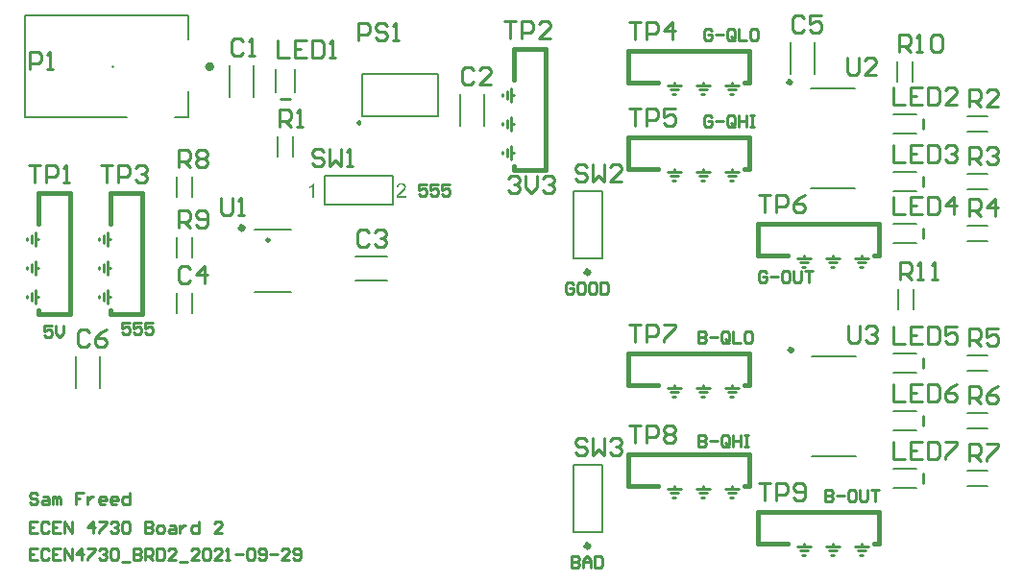
<source format=gto>
G04*
G04 #@! TF.GenerationSoftware,Altium Limited,Altium Designer,21.6.4 (81)*
G04*
G04 Layer_Color=65535*
%FSLAX25Y25*%
%MOIN*%
G70*
G04*
G04 #@! TF.SameCoordinates,570BF3D3-4215-493C-AC51-86F074832852*
G04*
G04*
G04 #@! TF.FilePolarity,Positive*
G04*
G01*
G75*
%ADD10C,0.01500*%
%ADD11C,0.02000*%
%ADD12C,0.01181*%
%ADD13C,0.00600*%
%ADD14C,0.01575*%
%ADD15C,0.01000*%
%ADD16C,0.00500*%
%ADD17C,0.00787*%
%ADD18C,0.00787*%
G36*
X104663Y132500D02*
X104054D01*
Y136379D01*
X104047Y136372D01*
X104011Y136343D01*
X103968Y136300D01*
X103896Y136250D01*
X103817Y136185D01*
X103717Y136114D01*
X103602Y136035D01*
X103473Y135956D01*
X103466D01*
X103459Y135949D01*
X103416Y135920D01*
X103344Y135884D01*
X103258Y135841D01*
X103158Y135791D01*
X103050Y135741D01*
X102943Y135691D01*
X102835Y135648D01*
Y136236D01*
X102842D01*
X102857Y136250D01*
X102885Y136257D01*
X102921Y136279D01*
X102964Y136300D01*
X103014Y136329D01*
X103136Y136400D01*
X103279Y136479D01*
X103423Y136580D01*
X103574Y136695D01*
X103724Y136816D01*
X103731Y136823D01*
X103738Y136831D01*
X103760Y136852D01*
X103789Y136874D01*
X103853Y136945D01*
X103939Y137031D01*
X104025Y137132D01*
X104118Y137247D01*
X104197Y137361D01*
X104269Y137483D01*
X104663D01*
Y132500D01*
D02*
G37*
G36*
X134971Y137476D02*
X135028Y137469D01*
X135100Y137462D01*
X135179Y137447D01*
X135258Y137433D01*
X135444Y137383D01*
X135631Y137311D01*
X135724Y137268D01*
X135817Y137218D01*
X135903Y137153D01*
X135982Y137082D01*
X135989Y137074D01*
X136003Y137067D01*
X136018Y137039D01*
X136047Y137010D01*
X136082Y136974D01*
X136118Y136924D01*
X136154Y136874D01*
X136197Y136809D01*
X136269Y136673D01*
X136340Y136501D01*
X136369Y136415D01*
X136383Y136314D01*
X136398Y136214D01*
X136405Y136107D01*
Y136092D01*
Y136056D01*
X136398Y135999D01*
X136391Y135920D01*
X136376Y135834D01*
X136348Y135734D01*
X136319Y135626D01*
X136276Y135519D01*
X136269Y135504D01*
X136255Y135468D01*
X136226Y135411D01*
X136183Y135332D01*
X136125Y135246D01*
X136054Y135139D01*
X135968Y135031D01*
X135867Y134909D01*
X135853Y134895D01*
X135817Y134852D01*
X135781Y134816D01*
X135745Y134780D01*
X135702Y134737D01*
X135645Y134680D01*
X135588Y134622D01*
X135516Y134558D01*
X135444Y134486D01*
X135358Y134407D01*
X135265Y134328D01*
X135165Y134235D01*
X135050Y134142D01*
X134935Y134042D01*
X134928Y134034D01*
X134914Y134020D01*
X134885Y133999D01*
X134849Y133970D01*
X134806Y133927D01*
X134756Y133884D01*
X134641Y133791D01*
X134519Y133683D01*
X134405Y133575D01*
X134304Y133482D01*
X134261Y133446D01*
X134225Y133411D01*
X134218Y133403D01*
X134197Y133382D01*
X134168Y133353D01*
X134132Y133310D01*
X134096Y133260D01*
X134053Y133210D01*
X133967Y133088D01*
X136412D01*
Y132500D01*
X133121D01*
Y132507D01*
Y132536D01*
Y132579D01*
X133128Y132636D01*
X133135Y132701D01*
X133150Y132773D01*
X133164Y132844D01*
X133193Y132923D01*
Y132930D01*
X133200Y132937D01*
X133214Y132980D01*
X133243Y133045D01*
X133286Y133131D01*
X133343Y133231D01*
X133415Y133346D01*
X133494Y133461D01*
X133594Y133583D01*
Y133590D01*
X133609Y133597D01*
X133645Y133640D01*
X133709Y133705D01*
X133802Y133798D01*
X133910Y133905D01*
X134046Y134034D01*
X134211Y134178D01*
X134390Y134328D01*
X134397Y134335D01*
X134426Y134357D01*
X134469Y134393D01*
X134519Y134436D01*
X134584Y134493D01*
X134663Y134558D01*
X134742Y134629D01*
X134835Y134708D01*
X135014Y134880D01*
X135193Y135053D01*
X135279Y135139D01*
X135358Y135225D01*
X135430Y135303D01*
X135487Y135382D01*
Y135389D01*
X135502Y135397D01*
X135516Y135418D01*
X135530Y135447D01*
X135581Y135526D01*
X135638Y135619D01*
X135688Y135734D01*
X135738Y135856D01*
X135767Y135992D01*
X135781Y136121D01*
Y136128D01*
Y136135D01*
X135774Y136178D01*
X135767Y136250D01*
X135745Y136329D01*
X135717Y136429D01*
X135667Y136530D01*
X135602Y136630D01*
X135516Y136730D01*
X135502Y136745D01*
X135466Y136773D01*
X135416Y136809D01*
X135337Y136859D01*
X135236Y136902D01*
X135122Y136945D01*
X134985Y136974D01*
X134835Y136981D01*
X134792D01*
X134763Y136974D01*
X134677Y136967D01*
X134577Y136945D01*
X134469Y136917D01*
X134347Y136866D01*
X134232Y136802D01*
X134125Y136716D01*
X134111Y136702D01*
X134082Y136666D01*
X134039Y136608D01*
X133996Y136522D01*
X133946Y136422D01*
X133903Y136293D01*
X133874Y136150D01*
X133860Y135985D01*
X133236Y136049D01*
Y136056D01*
X133243Y136078D01*
Y136114D01*
X133250Y136164D01*
X133265Y136221D01*
X133279Y136286D01*
X133300Y136365D01*
X133322Y136443D01*
X133379Y136616D01*
X133465Y136788D01*
X133516Y136874D01*
X133580Y136960D01*
X133645Y137039D01*
X133716Y137110D01*
X133723Y137118D01*
X133738Y137125D01*
X133759Y137146D01*
X133795Y137168D01*
X133838Y137196D01*
X133888Y137225D01*
X133946Y137261D01*
X134017Y137297D01*
X134096Y137333D01*
X134182Y137368D01*
X134275Y137397D01*
X134376Y137426D01*
X134484Y137447D01*
X134598Y137469D01*
X134720Y137476D01*
X134849Y137483D01*
X134921D01*
X134971Y137476D01*
D02*
G37*
D10*
X270500Y79500D02*
G03*
X270500Y79500I-500J0D01*
G01*
X270000Y172453D02*
G03*
X270000Y172453I-500J0D01*
G01*
X258500Y23453D02*
X300500D01*
Y12453D02*
Y23453D01*
X299000Y12453D02*
X300500D01*
X258500D02*
Y23453D01*
Y12453D02*
X269000D01*
X213500Y43453D02*
X255500D01*
Y32453D02*
Y43453D01*
X254000Y32453D02*
X255500D01*
X213500D02*
Y43453D01*
Y32453D02*
X224000D01*
X213500Y78453D02*
X255500D01*
Y67453D02*
Y78453D01*
X254000Y67453D02*
X255500D01*
X213500D02*
Y78453D01*
Y67453D02*
X224000D01*
X258500Y123453D02*
X300500D01*
Y112453D02*
Y123453D01*
X299000Y112453D02*
X300500D01*
X258500D02*
Y123453D01*
Y112453D02*
X269000D01*
X213500Y153453D02*
X255500D01*
Y142453D02*
Y153453D01*
X254000Y142453D02*
X255500D01*
X213500D02*
Y153453D01*
Y142453D02*
X224000D01*
X213500Y183453D02*
X255500D01*
Y172453D02*
Y183453D01*
X254000Y172453D02*
X255500D01*
X213500D02*
Y183453D01*
Y172453D02*
X224000D01*
X45000Y91953D02*
Y133953D01*
X34000Y91953D02*
X45000D01*
X34000D02*
Y93453D01*
Y133953D02*
X45000D01*
X34000Y123453D02*
Y133953D01*
X185000Y141953D02*
Y183953D01*
X174000Y141953D02*
X185000D01*
X174000D02*
Y143453D01*
Y183953D02*
X185000D01*
X174000Y173453D02*
Y183953D01*
X20000Y91953D02*
Y133953D01*
X9000Y91953D02*
X20000D01*
X9000D02*
Y93453D01*
Y133953D02*
X20000D01*
X9000Y123453D02*
Y133953D01*
D11*
X79894Y121953D02*
G03*
X79894Y121953I-492J0D01*
G01*
X199845Y11542D02*
G03*
X199845Y11542I-500J0D01*
G01*
Y106542D02*
G03*
X199845Y106542I-500J0D01*
G01*
D12*
X88924Y117753D02*
G03*
X88924Y117753I-394J0D01*
G01*
D13*
X120707Y158346D02*
G03*
X120707Y158346I-707J0D01*
G01*
X305500Y123253D02*
X313400D01*
X305600Y116653D02*
X313500D01*
X312700Y93669D02*
Y100669D01*
X307300Y93669D02*
Y100669D01*
X312200Y172684D02*
Y179684D01*
X306800Y172684D02*
Y179684D01*
X62200Y111621D02*
Y118621D01*
X56800Y111621D02*
Y118621D01*
X62200Y132684D02*
Y139684D01*
X56800Y132684D02*
Y139684D01*
X331200Y117253D02*
X338200D01*
X331200Y122653D02*
X338200D01*
X331200Y135253D02*
X338200D01*
X331200Y140653D02*
X338200D01*
X331200Y155253D02*
X338200D01*
X331200Y160653D02*
X338200D01*
X97200Y146621D02*
Y153621D01*
X91800Y146621D02*
Y153621D01*
X121300Y160653D02*
X147700D01*
X121300D02*
Y175253D01*
X147700D01*
Y160653D02*
Y175253D01*
X305500Y141253D02*
X313400D01*
X305600Y134653D02*
X313500D01*
X305500Y161253D02*
X313400D01*
X305600Y154653D02*
X313500D01*
X91200Y168953D02*
Y176853D01*
X97800Y169053D02*
Y176953D01*
X30200Y66500D02*
Y77500D01*
X21800Y66500D02*
Y77500D01*
X278200Y175500D02*
Y186500D01*
X269800Y175500D02*
Y186500D01*
X56800Y92284D02*
Y99284D01*
X62200Y92284D02*
Y99284D01*
X119000Y112153D02*
X130000D01*
X119000Y103753D02*
X130000D01*
X163700Y157453D02*
Y168453D01*
X155300Y157453D02*
Y168453D01*
X75300Y167453D02*
Y178453D01*
X83700Y167453D02*
Y178453D01*
X331200Y32300D02*
X338200D01*
X331200Y37700D02*
X338200D01*
X331200Y52300D02*
X338200D01*
X331200Y57700D02*
X338200D01*
X331200Y72300D02*
X338200D01*
X331200Y77700D02*
X338200D01*
X305500Y38300D02*
X313400D01*
X305600Y31700D02*
X313500D01*
X305500Y58300D02*
X313400D01*
X305600Y51700D02*
X313500D01*
X305500Y78300D02*
X313400D01*
X305600Y71700D02*
X313500D01*
D14*
X69109Y177853D02*
G03*
X69109Y177853I-787J0D01*
G01*
D15*
X315800Y118253D02*
Y121653D01*
X294023Y8453D02*
X294750D01*
X293250Y9953D02*
X295750D01*
X294500Y11453D02*
Y12479D01*
X292250Y11453D02*
X296750D01*
X284023Y8453D02*
X284750D01*
X283250Y9953D02*
X285750D01*
X284500Y11453D02*
Y12479D01*
X282250Y11453D02*
X286750D01*
X274023Y8453D02*
X274750D01*
X273250Y9953D02*
X275750D01*
X274500Y11453D02*
Y12479D01*
X272250Y11453D02*
X276750D01*
X249023Y28453D02*
X249750D01*
X248250Y29953D02*
X250750D01*
X249500Y31453D02*
Y32480D01*
X247250Y31453D02*
X251750D01*
X239023Y28453D02*
X239750D01*
X238250Y29953D02*
X240750D01*
X239500Y31453D02*
Y32480D01*
X237250Y31453D02*
X241750D01*
X229023Y28453D02*
X229750D01*
X228250Y29953D02*
X230750D01*
X229500Y31453D02*
Y32480D01*
X227250Y31453D02*
X231750D01*
X249023Y63453D02*
X249750D01*
X248250Y64953D02*
X250750D01*
X249500Y66453D02*
Y67479D01*
X247250Y66453D02*
X251750D01*
X239023Y63453D02*
X239750D01*
X238250Y64953D02*
X240750D01*
X239500Y66453D02*
Y67479D01*
X237250Y66453D02*
X241750D01*
X229023Y63453D02*
X229750D01*
X228250Y64953D02*
X230750D01*
X229500Y66453D02*
Y67479D01*
X227250Y66453D02*
X231750D01*
X294023Y108453D02*
X294750D01*
X293250Y109953D02*
X295750D01*
X294500Y111453D02*
Y112479D01*
X292250Y111453D02*
X296750D01*
X284023Y108453D02*
X284750D01*
X283250Y109953D02*
X285750D01*
X284500Y111453D02*
Y112479D01*
X282250Y111453D02*
X286750D01*
X274023Y108453D02*
X274750D01*
X273250Y109953D02*
X275750D01*
X274500Y111453D02*
Y112479D01*
X272250Y111453D02*
X276750D01*
X249023Y138453D02*
X249750D01*
X248250Y139953D02*
X250750D01*
X249500Y141453D02*
Y142480D01*
X247250Y141453D02*
X251750D01*
X239023Y138453D02*
X239750D01*
X238250Y139953D02*
X240750D01*
X239500Y141453D02*
Y142480D01*
X237250Y141453D02*
X241750D01*
X229023Y138453D02*
X229750D01*
X228250Y139953D02*
X230750D01*
X229500Y141453D02*
Y142480D01*
X227250Y141453D02*
X231750D01*
X249023Y168453D02*
X249750D01*
X248250Y169953D02*
X250750D01*
X249500Y171453D02*
Y172479D01*
X247250Y171453D02*
X251750D01*
X239023Y168453D02*
X239750D01*
X238250Y169953D02*
X240750D01*
X239500Y171453D02*
Y172479D01*
X237250Y171453D02*
X241750D01*
X229023Y168453D02*
X229750D01*
X228250Y169953D02*
X230750D01*
X229500Y171453D02*
Y172479D01*
X227250Y171453D02*
X231750D01*
X30000Y97703D02*
Y98430D01*
X31500Y96703D02*
Y99203D01*
X33000Y97953D02*
X34027D01*
X33000Y95703D02*
Y100203D01*
X30000Y107703D02*
Y108430D01*
X31500Y106703D02*
Y109203D01*
X33000Y107953D02*
X34027D01*
X33000Y105703D02*
Y110203D01*
X30000Y117703D02*
Y118430D01*
X31500Y116703D02*
Y119203D01*
X33000Y117953D02*
X34027D01*
X33000Y115703D02*
Y120203D01*
X170000Y147703D02*
Y148430D01*
X171500Y146703D02*
Y149203D01*
X173000Y147953D02*
X174027D01*
X173000Y145703D02*
Y150203D01*
X170000Y157703D02*
Y158430D01*
X171500Y156703D02*
Y159203D01*
X173000Y157953D02*
X174027D01*
X173000Y155703D02*
Y160203D01*
X170000Y167703D02*
Y168430D01*
X171500Y166703D02*
Y169203D01*
X173000Y167953D02*
X174027D01*
X173000Y165703D02*
Y170203D01*
X5000Y97703D02*
Y98430D01*
X6500Y96703D02*
Y99203D01*
X8000Y97953D02*
X9027D01*
X8000Y95703D02*
Y100203D01*
X5000Y107703D02*
Y108430D01*
X6500Y106703D02*
Y109203D01*
X8000Y107953D02*
X9027D01*
X8000Y105703D02*
Y110203D01*
X5000Y117703D02*
Y118430D01*
X6500Y116703D02*
Y119203D01*
X8000Y117953D02*
X9027D01*
X8000Y115703D02*
Y120203D01*
X34591Y177953D02*
X34622D01*
X315800Y136253D02*
Y139653D01*
Y156253D02*
Y159653D01*
X92800Y166653D02*
X96200D01*
X315800Y33300D02*
Y36700D01*
Y53300D02*
Y56700D01*
Y73300D02*
Y76700D01*
X194000Y7999D02*
Y4000D01*
X195999D01*
X196666Y4666D01*
Y5333D01*
X195999Y5999D01*
X194000D01*
X195999D01*
X196666Y6666D01*
Y7332D01*
X195999Y7999D01*
X194000D01*
X197999Y4000D02*
Y6666D01*
X199332Y7999D01*
X200664Y6666D01*
Y4000D01*
Y5999D01*
X197999D01*
X201997Y7999D02*
Y4000D01*
X203997D01*
X204663Y4666D01*
Y7332D01*
X203997Y7999D01*
X201997D01*
X194666Y102332D02*
X193999Y102999D01*
X192666D01*
X192000Y102332D01*
Y99666D01*
X192666Y99000D01*
X193999D01*
X194666Y99666D01*
Y100999D01*
X193333D01*
X197998Y102999D02*
X196665D01*
X195999Y102332D01*
Y99666D01*
X196665Y99000D01*
X197998D01*
X198664Y99666D01*
Y102332D01*
X197998Y102999D01*
X201997D02*
X200664D01*
X199997Y102332D01*
Y99666D01*
X200664Y99000D01*
X201997D01*
X202663Y99666D01*
Y102332D01*
X201997Y102999D01*
X203996D02*
Y99000D01*
X205995D01*
X206662Y99666D01*
Y102332D01*
X205995Y102999D01*
X203996D01*
X143666Y136999D02*
X141000D01*
Y134999D01*
X142333Y135666D01*
X142999D01*
X143666Y134999D01*
Y133667D01*
X142999Y133000D01*
X141666D01*
X141000Y133667D01*
X147664Y136999D02*
X144999D01*
Y134999D01*
X146332Y135666D01*
X146998D01*
X147664Y134999D01*
Y133667D01*
X146998Y133000D01*
X145665D01*
X144999Y133667D01*
X151663Y136999D02*
X148997D01*
Y134999D01*
X150330Y135666D01*
X150997D01*
X151663Y134999D01*
Y133667D01*
X150997Y133000D01*
X149664D01*
X148997Y133667D01*
X282000Y30999D02*
Y27000D01*
X283999D01*
X284666Y27666D01*
Y28333D01*
X283999Y28999D01*
X282000D01*
X283999D01*
X284666Y29666D01*
Y30332D01*
X283999Y30999D01*
X282000D01*
X285999Y28999D02*
X288665D01*
X291997Y30999D02*
X290664D01*
X289997Y30332D01*
Y27666D01*
X290664Y27000D01*
X291997D01*
X292663Y27666D01*
Y30332D01*
X291997Y30999D01*
X293996D02*
Y27666D01*
X294663Y27000D01*
X295995D01*
X296662Y27666D01*
Y30999D01*
X297995D02*
X300661D01*
X299328D01*
Y27000D01*
X238000Y49999D02*
Y46000D01*
X239999D01*
X240666Y46666D01*
Y47333D01*
X239999Y47999D01*
X238000D01*
X239999D01*
X240666Y48666D01*
Y49332D01*
X239999Y49999D01*
X238000D01*
X241999Y47999D02*
X244665D01*
X248663Y46666D02*
Y49332D01*
X247997Y49999D01*
X246664D01*
X245997Y49332D01*
Y46666D01*
X246664Y46000D01*
X247997D01*
X247330Y47333D02*
X248663Y46000D01*
X247997D02*
X248663Y46666D01*
X249996Y49999D02*
Y46000D01*
Y47999D01*
X252662D01*
Y49999D01*
Y46000D01*
X253995Y49999D02*
X255328D01*
X254661D01*
Y46000D01*
X253995D01*
X255328D01*
X238000Y85999D02*
Y82000D01*
X239999D01*
X240666Y82666D01*
Y83333D01*
X239999Y83999D01*
X238000D01*
X239999D01*
X240666Y84666D01*
Y85332D01*
X239999Y85999D01*
X238000D01*
X241999Y83999D02*
X244665D01*
X248663Y82666D02*
Y85332D01*
X247997Y85999D01*
X246664D01*
X245997Y85332D01*
Y82666D01*
X246664Y82000D01*
X247997D01*
X247330Y83333D02*
X248663Y82000D01*
X247997D02*
X248663Y82666D01*
X249996Y85999D02*
Y82000D01*
X252662D01*
X255994Y85999D02*
X254661D01*
X253995Y85332D01*
Y82666D01*
X254661Y82000D01*
X255994D01*
X256661Y82666D01*
Y85332D01*
X255994Y85999D01*
X261666Y106332D02*
X260999Y106999D01*
X259666D01*
X259000Y106332D01*
Y103666D01*
X259666Y103000D01*
X260999D01*
X261666Y103666D01*
Y104999D01*
X260333D01*
X262999D02*
X265665D01*
X268997Y106999D02*
X267664D01*
X266997Y106332D01*
Y103666D01*
X267664Y103000D01*
X268997D01*
X269663Y103666D01*
Y106332D01*
X268997Y106999D01*
X270996D02*
Y103666D01*
X271663Y103000D01*
X272995D01*
X273662Y103666D01*
Y106999D01*
X274995D02*
X277661D01*
X276328D01*
Y103000D01*
X242666Y160332D02*
X241999Y160999D01*
X240666D01*
X240000Y160332D01*
Y157667D01*
X240666Y157000D01*
X241999D01*
X242666Y157667D01*
Y158999D01*
X241333D01*
X243999D02*
X246665D01*
X250663Y157667D02*
Y160332D01*
X249997Y160999D01*
X248664D01*
X247997Y160332D01*
Y157667D01*
X248664Y157000D01*
X249997D01*
X249330Y158333D02*
X250663Y157000D01*
X249997D02*
X250663Y157667D01*
X251996Y160999D02*
Y157000D01*
Y158999D01*
X254662D01*
Y160999D01*
Y157000D01*
X255995Y160999D02*
X257328D01*
X256661D01*
Y157000D01*
X255995D01*
X257328D01*
X242666Y190332D02*
X241999Y190999D01*
X240666D01*
X240000Y190332D01*
Y187666D01*
X240666Y187000D01*
X241999D01*
X242666Y187666D01*
Y188999D01*
X241333D01*
X243999D02*
X246665D01*
X250663Y187666D02*
Y190332D01*
X249997Y190999D01*
X248664D01*
X247997Y190332D01*
Y187666D01*
X248664Y187000D01*
X249997D01*
X249330Y188333D02*
X250663Y187000D01*
X249997D02*
X250663Y187666D01*
X251996Y190999D02*
Y187000D01*
X254662D01*
X257994Y190999D02*
X256661D01*
X255995Y190332D01*
Y187666D01*
X256661Y187000D01*
X257994D01*
X258661Y187666D01*
Y190332D01*
X257994Y190999D01*
X40666Y88999D02*
X38000D01*
Y86999D01*
X39333Y87666D01*
X39999D01*
X40666Y86999D01*
Y85666D01*
X39999Y85000D01*
X38666D01*
X38000Y85666D01*
X44664Y88999D02*
X41999D01*
Y86999D01*
X43332Y87666D01*
X43998D01*
X44664Y86999D01*
Y85666D01*
X43998Y85000D01*
X42665D01*
X41999Y85666D01*
X48663Y88999D02*
X45997D01*
Y86999D01*
X47330Y87666D01*
X47997D01*
X48663Y86999D01*
Y85666D01*
X47997Y85000D01*
X46664D01*
X45997Y85666D01*
X172000Y138998D02*
X173000Y139998D01*
X174999D01*
X175999Y138998D01*
Y137999D01*
X174999Y136999D01*
X173999D01*
X174999D01*
X175999Y135999D01*
Y135000D01*
X174999Y134000D01*
X173000D01*
X172000Y135000D01*
X177998Y139998D02*
Y135999D01*
X179997Y134000D01*
X181997Y135999D01*
Y139998D01*
X183996Y138998D02*
X184996Y139998D01*
X186995D01*
X187995Y138998D01*
Y137999D01*
X186995Y136999D01*
X185995D01*
X186995D01*
X187995Y135999D01*
Y135000D01*
X186995Y134000D01*
X184996D01*
X183996Y135000D01*
X13666Y87999D02*
X11000D01*
Y85999D01*
X12333Y86666D01*
X12999D01*
X13666Y85999D01*
Y84666D01*
X12999Y84000D01*
X11666D01*
X11000Y84666D01*
X14999Y87999D02*
Y85333D01*
X16332Y84000D01*
X17664Y85333D01*
Y87999D01*
X8666Y10665D02*
X6000D01*
Y6667D01*
X8666D01*
X6000Y8666D02*
X7333D01*
X12664Y9999D02*
X11998Y10665D01*
X10665D01*
X9999Y9999D01*
Y7333D01*
X10665Y6667D01*
X11998D01*
X12664Y7333D01*
X16663Y10665D02*
X13997D01*
Y6667D01*
X16663D01*
X13997Y8666D02*
X15330D01*
X17996Y6667D02*
Y10665D01*
X20662Y6667D01*
Y10665D01*
X23994Y6667D02*
Y10665D01*
X21995Y8666D01*
X24661D01*
X25993Y10665D02*
X28659D01*
Y9999D01*
X25993Y7333D01*
Y6667D01*
X29992Y9999D02*
X30659Y10665D01*
X31992D01*
X32658Y9999D01*
Y9332D01*
X31992Y8666D01*
X31325D01*
X31992D01*
X32658Y7999D01*
Y7333D01*
X31992Y6667D01*
X30659D01*
X29992Y7333D01*
X33991Y9999D02*
X34657Y10665D01*
X35990D01*
X36657Y9999D01*
Y7333D01*
X35990Y6667D01*
X34657D01*
X33991Y7333D01*
Y9999D01*
X37990Y6000D02*
X40655D01*
X41988Y10665D02*
Y6667D01*
X43988D01*
X44654Y7333D01*
Y7999D01*
X43988Y8666D01*
X41988D01*
X43988D01*
X44654Y9332D01*
Y9999D01*
X43988Y10665D01*
X41988D01*
X45987Y6667D02*
Y10665D01*
X47987D01*
X48653Y9999D01*
Y8666D01*
X47987Y7999D01*
X45987D01*
X47320D02*
X48653Y6667D01*
X49986Y10665D02*
Y6667D01*
X51985D01*
X52652Y7333D01*
Y9999D01*
X51985Y10665D01*
X49986D01*
X56650Y6667D02*
X53984D01*
X56650Y9332D01*
Y9999D01*
X55984Y10665D01*
X54651D01*
X53984Y9999D01*
X57983Y6000D02*
X60649D01*
X64648Y6667D02*
X61982D01*
X64648Y9332D01*
Y9999D01*
X63981Y10665D01*
X62648D01*
X61982Y9999D01*
X65981D02*
X66647Y10665D01*
X67980D01*
X68647Y9999D01*
Y7333D01*
X67980Y6667D01*
X66647D01*
X65981Y7333D01*
Y9999D01*
X72645Y6667D02*
X69979D01*
X72645Y9332D01*
Y9999D01*
X71979Y10665D01*
X70646D01*
X69979Y9999D01*
X73978Y6667D02*
X75311D01*
X74645D01*
Y10665D01*
X73978Y9999D01*
X77310Y8666D02*
X79976D01*
X81309Y9999D02*
X81976Y10665D01*
X83308D01*
X83975Y9999D01*
Y7333D01*
X83308Y6667D01*
X81976D01*
X81309Y7333D01*
Y9999D01*
X85308Y7333D02*
X85974Y6667D01*
X87307D01*
X87974Y7333D01*
Y9999D01*
X87307Y10665D01*
X85974D01*
X85308Y9999D01*
Y9332D01*
X85974Y8666D01*
X87974D01*
X89306D02*
X91972D01*
X95971Y6667D02*
X93305D01*
X95971Y9332D01*
Y9999D01*
X95305Y10665D01*
X93972D01*
X93305Y9999D01*
X97304Y7333D02*
X97970Y6667D01*
X99303D01*
X99970Y7333D01*
Y9999D01*
X99303Y10665D01*
X97970D01*
X97304Y9999D01*
Y9332D01*
X97970Y8666D01*
X99970D01*
X8666Y19999D02*
X6000D01*
Y16000D01*
X8666D01*
X6000Y17999D02*
X7333D01*
X12664Y19332D02*
X11998Y19999D01*
X10665D01*
X9999Y19332D01*
Y16667D01*
X10665Y16000D01*
X11998D01*
X12664Y16667D01*
X16663Y19999D02*
X13997D01*
Y16000D01*
X16663D01*
X13997Y17999D02*
X15330D01*
X17996Y16000D02*
Y19999D01*
X20662Y16000D01*
Y19999D01*
X27993Y16000D02*
Y19999D01*
X25993Y17999D01*
X28659D01*
X29992Y19999D02*
X32658D01*
Y19332D01*
X29992Y16667D01*
Y16000D01*
X33991Y19332D02*
X34657Y19999D01*
X35990D01*
X36657Y19332D01*
Y18666D01*
X35990Y17999D01*
X35324D01*
X35990D01*
X36657Y17333D01*
Y16667D01*
X35990Y16000D01*
X34657D01*
X33991Y16667D01*
X37990Y19332D02*
X38656Y19999D01*
X39989D01*
X40655Y19332D01*
Y16667D01*
X39989Y16000D01*
X38656D01*
X37990Y16667D01*
Y19332D01*
X45987Y19999D02*
Y16000D01*
X47987D01*
X48653Y16667D01*
Y17333D01*
X47987Y17999D01*
X45987D01*
X47987D01*
X48653Y18666D01*
Y19332D01*
X47987Y19999D01*
X45987D01*
X50652Y16000D02*
X51985D01*
X52652Y16667D01*
Y17999D01*
X51985Y18666D01*
X50652D01*
X49986Y17999D01*
Y16667D01*
X50652Y16000D01*
X54651Y18666D02*
X55984D01*
X56650Y17999D01*
Y16000D01*
X54651D01*
X53984Y16667D01*
X54651Y17333D01*
X56650D01*
X57983Y18666D02*
Y16000D01*
Y17333D01*
X58650Y17999D01*
X59316Y18666D01*
X59983D01*
X64648Y19999D02*
Y16000D01*
X62648D01*
X61982Y16667D01*
Y17999D01*
X62648Y18666D01*
X64648D01*
X72645Y16000D02*
X69979D01*
X72645Y18666D01*
Y19332D01*
X71979Y19999D01*
X70646D01*
X69979Y19332D01*
X8666Y29332D02*
X7999Y29999D01*
X6667D01*
X6000Y29332D01*
Y28666D01*
X6667Y27999D01*
X7999D01*
X8666Y27333D01*
Y26666D01*
X7999Y26000D01*
X6667D01*
X6000Y26666D01*
X10665Y28666D02*
X11998D01*
X12664Y27999D01*
Y26000D01*
X10665D01*
X9999Y26666D01*
X10665Y27333D01*
X12664D01*
X13997Y26000D02*
Y28666D01*
X14664D01*
X15330Y27999D01*
Y26000D01*
Y27999D01*
X15997Y28666D01*
X16663Y27999D01*
Y26000D01*
X24661Y29999D02*
X21995D01*
Y27999D01*
X23328D01*
X21995D01*
Y26000D01*
X25993Y28666D02*
Y26000D01*
Y27333D01*
X26660Y27999D01*
X27326Y28666D01*
X27993D01*
X31992Y26000D02*
X30659D01*
X29992Y26666D01*
Y27999D01*
X30659Y28666D01*
X31992D01*
X32658Y27999D01*
Y27333D01*
X29992D01*
X35990Y26000D02*
X34657D01*
X33991Y26666D01*
Y27999D01*
X34657Y28666D01*
X35990D01*
X36657Y27999D01*
Y27333D01*
X33991D01*
X40655Y29999D02*
Y26000D01*
X38656D01*
X37990Y26666D01*
Y27999D01*
X38656Y28666D01*
X40655D01*
X290002Y87999D02*
Y83001D01*
X291001Y82001D01*
X293001D01*
X294000Y83001D01*
Y87999D01*
X296000Y86999D02*
X296999Y87999D01*
X298999D01*
X299998Y86999D01*
Y86000D01*
X298999Y85000D01*
X297999D01*
X298999D01*
X299998Y84000D01*
Y83001D01*
X298999Y82001D01*
X296999D01*
X296000Y83001D01*
X289502Y180952D02*
Y175953D01*
X290501Y174954D01*
X292501D01*
X293500Y175953D01*
Y180952D01*
X299498Y174954D02*
X295500D01*
X299498Y178952D01*
Y179952D01*
X298499Y180952D01*
X296499D01*
X295500Y179952D01*
X72100Y132398D02*
Y127400D01*
X73100Y126400D01*
X75099D01*
X76099Y127400D01*
Y132398D01*
X78098Y126400D02*
X80097D01*
X79098D01*
Y132398D01*
X78098Y131398D01*
X258800Y33198D02*
X262799D01*
X260799D01*
Y27200D01*
X264798D02*
Y33198D01*
X267797D01*
X268797Y32198D01*
Y30199D01*
X267797Y29199D01*
X264798D01*
X270796Y28200D02*
X271796Y27200D01*
X273795D01*
X274795Y28200D01*
Y32198D01*
X273795Y33198D01*
X271796D01*
X270796Y32198D01*
Y31199D01*
X271796Y30199D01*
X274795D01*
X213800Y53198D02*
X217799D01*
X215799D01*
Y47200D01*
X219798D02*
Y53198D01*
X222797D01*
X223797Y52198D01*
Y50199D01*
X222797Y49199D01*
X219798D01*
X225796Y52198D02*
X226796Y53198D01*
X228795D01*
X229795Y52198D01*
Y51199D01*
X228795Y50199D01*
X229795Y49199D01*
Y48200D01*
X228795Y47200D01*
X226796D01*
X225796Y48200D01*
Y49199D01*
X226796Y50199D01*
X225796Y51199D01*
Y52198D01*
X226796Y50199D02*
X228795D01*
X213800Y88198D02*
X217799D01*
X215799D01*
Y82200D01*
X219798D02*
Y88198D01*
X222797D01*
X223797Y87198D01*
Y85199D01*
X222797Y84199D01*
X219798D01*
X225796Y88198D02*
X229795D01*
Y87198D01*
X225796Y83200D01*
Y82200D01*
X258800Y133198D02*
X262799D01*
X260799D01*
Y127200D01*
X264798D02*
Y133198D01*
X267797D01*
X268797Y132198D01*
Y130199D01*
X267797Y129199D01*
X264798D01*
X274795Y133198D02*
X272796Y132198D01*
X270796Y130199D01*
Y128200D01*
X271796Y127200D01*
X273795D01*
X274795Y128200D01*
Y129199D01*
X273795Y130199D01*
X270796D01*
X213800Y163198D02*
X217799D01*
X215799D01*
Y157200D01*
X219798D02*
Y163198D01*
X222797D01*
X223797Y162198D01*
Y160199D01*
X222797Y159199D01*
X219798D01*
X229795Y163198D02*
X225796D01*
Y160199D01*
X227796Y161199D01*
X228795D01*
X229795Y160199D01*
Y158200D01*
X228795Y157200D01*
X226796D01*
X225796Y158200D01*
X213800Y193198D02*
X217799D01*
X215799D01*
Y187200D01*
X219798D02*
Y193198D01*
X222797D01*
X223797Y192198D01*
Y190199D01*
X222797Y189199D01*
X219798D01*
X228795Y187200D02*
Y193198D01*
X225796Y190199D01*
X229795D01*
X30500Y143698D02*
X34499D01*
X32499D01*
Y137700D01*
X36498D02*
Y143698D01*
X39497D01*
X40497Y142698D01*
Y140699D01*
X39497Y139699D01*
X36498D01*
X42496Y142698D02*
X43496Y143698D01*
X45495D01*
X46495Y142698D01*
Y141699D01*
X45495Y140699D01*
X44495D01*
X45495D01*
X46495Y139699D01*
Y138700D01*
X45495Y137700D01*
X43496D01*
X42496Y138700D01*
X170500Y193698D02*
X174499D01*
X172499D01*
Y187700D01*
X176498D02*
Y193698D01*
X179497D01*
X180497Y192698D01*
Y190699D01*
X179497Y189699D01*
X176498D01*
X186495Y187700D02*
X182496D01*
X186495Y191699D01*
Y192698D01*
X185495Y193698D01*
X183496D01*
X182496Y192698D01*
X5500Y143698D02*
X9499D01*
X7499D01*
Y137700D01*
X11498D02*
Y143698D01*
X14497D01*
X15497Y142698D01*
Y140699D01*
X14497Y139699D01*
X11498D01*
X17496Y137700D02*
X19496D01*
X18496D01*
Y143698D01*
X17496Y142698D01*
X199099Y48098D02*
X198099Y49098D01*
X196100D01*
X195100Y48098D01*
Y47099D01*
X196100Y46099D01*
X198099D01*
X199099Y45099D01*
Y44100D01*
X198099Y43100D01*
X196100D01*
X195100Y44100D01*
X201098Y49098D02*
Y43100D01*
X203097Y45099D01*
X205097Y43100D01*
Y49098D01*
X207096Y48098D02*
X208096Y49098D01*
X210095D01*
X211095Y48098D01*
Y47099D01*
X210095Y46099D01*
X209096D01*
X210095D01*
X211095Y45099D01*
Y44100D01*
X210095Y43100D01*
X208096D01*
X207096Y44100D01*
X199099Y143098D02*
X198099Y144098D01*
X196100D01*
X195100Y143098D01*
Y142099D01*
X196100Y141099D01*
X198099D01*
X199099Y140099D01*
Y139100D01*
X198099Y138100D01*
X196100D01*
X195100Y139100D01*
X201098Y144098D02*
Y138100D01*
X203097Y140099D01*
X205097Y138100D01*
Y144098D01*
X211095Y138100D02*
X207096D01*
X211095Y142099D01*
Y143098D01*
X210095Y144098D01*
X208096D01*
X207096Y143098D01*
X107799Y148398D02*
X106799Y149398D01*
X104800D01*
X103800Y148398D01*
Y147399D01*
X104800Y146399D01*
X106799D01*
X107799Y145399D01*
Y144400D01*
X106799Y143400D01*
X104800D01*
X103800Y144400D01*
X109798Y149398D02*
Y143400D01*
X111797Y145399D01*
X113797Y143400D01*
Y149398D01*
X115796Y143400D02*
X117796D01*
X116796D01*
Y149398D01*
X115796Y148398D01*
X308000Y104000D02*
Y109998D01*
X310999D01*
X311999Y108998D01*
Y106999D01*
X310999Y105999D01*
X308000D01*
X309999D02*
X311999Y104000D01*
X313998D02*
X315997D01*
X314998D01*
Y109998D01*
X313998Y108998D01*
X318996Y104000D02*
X320996D01*
X319996D01*
Y109998D01*
X318996Y108998D01*
X307500Y183000D02*
Y188998D01*
X310499D01*
X311499Y187998D01*
Y185999D01*
X310499Y184999D01*
X307500D01*
X309499D02*
X311499Y183000D01*
X313498D02*
X315497D01*
X314498D01*
Y188998D01*
X313498Y187998D01*
X318496D02*
X319496Y188998D01*
X321496D01*
X322495Y187998D01*
Y184000D01*
X321496Y183000D01*
X319496D01*
X318496Y184000D01*
Y187998D01*
X57500Y121900D02*
Y127898D01*
X60499D01*
X61499Y126898D01*
Y124899D01*
X60499Y123899D01*
X57500D01*
X59499D02*
X61499Y121900D01*
X63498Y122900D02*
X64498Y121900D01*
X66497D01*
X67497Y122900D01*
Y126898D01*
X66497Y127898D01*
X64498D01*
X63498Y126898D01*
Y125899D01*
X64498Y124899D01*
X67497D01*
X57500Y143000D02*
Y148998D01*
X60499D01*
X61499Y147998D01*
Y145999D01*
X60499Y144999D01*
X57500D01*
X59499D02*
X61499Y143000D01*
X63498Y147998D02*
X64498Y148998D01*
X66497D01*
X67497Y147998D01*
Y146999D01*
X66497Y145999D01*
X67497Y144999D01*
Y144000D01*
X66497Y143000D01*
X64498D01*
X63498Y144000D01*
Y144999D01*
X64498Y145999D01*
X63498Y146999D01*
Y147998D01*
X64498Y145999D02*
X66497D01*
X331900Y41000D02*
Y46998D01*
X334899D01*
X335899Y45998D01*
Y43999D01*
X334899Y42999D01*
X331900D01*
X333899D02*
X335899Y41000D01*
X337898Y46998D02*
X341897D01*
Y45998D01*
X337898Y42000D01*
Y41000D01*
X331900Y61000D02*
Y66998D01*
X334899D01*
X335899Y65998D01*
Y63999D01*
X334899Y62999D01*
X331900D01*
X333899D02*
X335899Y61000D01*
X341897Y66998D02*
X339897Y65998D01*
X337898Y63999D01*
Y62000D01*
X338898Y61000D01*
X340897D01*
X341897Y62000D01*
Y62999D01*
X340897Y63999D01*
X337898D01*
X331869Y81000D02*
Y86998D01*
X334868D01*
X335867Y85998D01*
Y83999D01*
X334868Y82999D01*
X331869D01*
X333868D02*
X335867Y81000D01*
X341865Y86998D02*
X337867D01*
Y83999D01*
X339866Y84999D01*
X340866D01*
X341865Y83999D01*
Y82000D01*
X340866Y81000D01*
X338866D01*
X337867Y82000D01*
X331900Y126000D02*
Y131998D01*
X334899D01*
X335899Y130998D01*
Y128999D01*
X334899Y127999D01*
X331900D01*
X333899D02*
X335899Y126000D01*
X340897D02*
Y131998D01*
X337898Y128999D01*
X341897D01*
X331900Y144000D02*
Y149998D01*
X334899D01*
X335899Y148998D01*
Y146999D01*
X334899Y145999D01*
X331900D01*
X333899D02*
X335899Y144000D01*
X337898Y148998D02*
X338898Y149998D01*
X340897D01*
X341897Y148998D01*
Y147999D01*
X340897Y146999D01*
X339897D01*
X340897D01*
X341897Y145999D01*
Y145000D01*
X340897Y144000D01*
X338898D01*
X337898Y145000D01*
X331900Y164000D02*
Y169998D01*
X334899D01*
X335899Y168998D01*
Y166999D01*
X334899Y165999D01*
X331900D01*
X333899D02*
X335899Y164000D01*
X341897D02*
X337898D01*
X341897Y167999D01*
Y168998D01*
X340897Y169998D01*
X338898D01*
X337898Y168998D01*
X92500Y156900D02*
Y162898D01*
X95499D01*
X96499Y161898D01*
Y159899D01*
X95499Y158899D01*
X92500D01*
X94499D02*
X96499Y156900D01*
X98498D02*
X100497D01*
X99498D01*
Y162898D01*
X98498Y161898D01*
X120000Y187100D02*
Y193098D01*
X122999D01*
X123999Y192098D01*
Y190099D01*
X122999Y189099D01*
X120000D01*
X129997Y192098D02*
X128997Y193098D01*
X126998D01*
X125998Y192098D01*
Y191099D01*
X126998Y190099D01*
X128997D01*
X129997Y189099D01*
Y188100D01*
X128997Y187100D01*
X126998D01*
X125998Y188100D01*
X131996Y187100D02*
X133995D01*
X132996D01*
Y193098D01*
X131996Y192098D01*
X6001Y177001D02*
Y182999D01*
X9000D01*
X10000Y181999D01*
Y180000D01*
X9000Y179000D01*
X6001D01*
X11999Y177001D02*
X13999D01*
X12999D01*
Y182999D01*
X11999Y181999D01*
X305547Y47598D02*
Y41600D01*
X309546D01*
X315544Y47598D02*
X311545D01*
Y41600D01*
X315544D01*
X311545Y44599D02*
X313545D01*
X317543Y47598D02*
Y41600D01*
X320542D01*
X321542Y42600D01*
Y46598D01*
X320542Y47598D01*
X317543D01*
X323541D02*
X327540D01*
Y46598D01*
X323541Y42600D01*
Y41600D01*
X305553Y67598D02*
Y61600D01*
X309552D01*
X315549Y67598D02*
X311551D01*
Y61600D01*
X315549D01*
X311551Y64599D02*
X313550D01*
X317549Y67598D02*
Y61600D01*
X320548D01*
X321548Y62600D01*
Y66598D01*
X320548Y67598D01*
X317549D01*
X327546D02*
X325546Y66598D01*
X323547Y64599D01*
Y62600D01*
X324547Y61600D01*
X326546D01*
X327546Y62600D01*
Y63599D01*
X326546Y64599D01*
X323547D01*
X305553Y87598D02*
Y81600D01*
X309552D01*
X315549Y87598D02*
X311551D01*
Y81600D01*
X315549D01*
X311551Y84599D02*
X313550D01*
X317549Y87598D02*
Y81600D01*
X320548D01*
X321548Y82600D01*
Y86598D01*
X320548Y87598D01*
X317549D01*
X327546D02*
X323547D01*
Y84599D01*
X325546Y85599D01*
X326546D01*
X327546Y84599D01*
Y82600D01*
X326546Y81600D01*
X324547D01*
X323547Y82600D01*
X305600Y132598D02*
Y126600D01*
X309599D01*
X315597Y132598D02*
X311598D01*
Y126600D01*
X315597D01*
X311598Y129599D02*
X313597D01*
X317596Y132598D02*
Y126600D01*
X320595D01*
X321595Y127600D01*
Y131598D01*
X320595Y132598D01*
X317596D01*
X326593Y126600D02*
Y132598D01*
X323594Y129599D01*
X327593D01*
X305600Y150598D02*
Y144600D01*
X309599D01*
X315597Y150598D02*
X311598D01*
Y144600D01*
X315597D01*
X311598Y147599D02*
X313597D01*
X317596Y150598D02*
Y144600D01*
X320595D01*
X321595Y145600D01*
Y149598D01*
X320595Y150598D01*
X317596D01*
X323594Y149598D02*
X324594Y150598D01*
X326593D01*
X327593Y149598D01*
Y148599D01*
X326593Y147599D01*
X325593D01*
X326593D01*
X327593Y146599D01*
Y145600D01*
X326593Y144600D01*
X324594D01*
X323594Y145600D01*
X305600Y170598D02*
Y164600D01*
X309599D01*
X315597Y170598D02*
X311598D01*
Y164600D01*
X315597D01*
X311598Y167599D02*
X313597D01*
X317596Y170598D02*
Y164600D01*
X320595D01*
X321595Y165600D01*
Y169598D01*
X320595Y170598D01*
X317596D01*
X327593Y164600D02*
X323594D01*
X327593Y168599D01*
Y169598D01*
X326593Y170598D01*
X324594D01*
X323594Y169598D01*
X91900Y186898D02*
Y180900D01*
X95899D01*
X101897Y186898D02*
X97898D01*
Y180900D01*
X101897D01*
X97898Y183899D02*
X99897D01*
X103896Y186898D02*
Y180900D01*
X106895D01*
X107895Y181900D01*
Y185898D01*
X106895Y186898D01*
X103896D01*
X109894Y180900D02*
X111893D01*
X110894D01*
Y186898D01*
X109894Y185898D01*
X26499Y85798D02*
X25499Y86798D01*
X23500D01*
X22500Y85798D01*
Y81800D01*
X23500Y80800D01*
X25499D01*
X26499Y81800D01*
X32497Y86798D02*
X30497Y85798D01*
X28498Y83799D01*
Y81800D01*
X29498Y80800D01*
X31497D01*
X32497Y81800D01*
Y82799D01*
X31497Y83799D01*
X28498D01*
X274499Y194798D02*
X273499Y195798D01*
X271500D01*
X270500Y194798D01*
Y190800D01*
X271500Y189800D01*
X273499D01*
X274499Y190800D01*
X280497Y195798D02*
X276498D01*
Y192799D01*
X278497Y193799D01*
X279497D01*
X280497Y192799D01*
Y190800D01*
X279497Y189800D01*
X277498D01*
X276498Y190800D01*
X61499Y107598D02*
X60499Y108598D01*
X58500D01*
X57500Y107598D01*
Y103600D01*
X58500Y102600D01*
X60499D01*
X61499Y103600D01*
X66497Y102600D02*
Y108598D01*
X63498Y105599D01*
X67497D01*
X123699Y120498D02*
X122699Y121498D01*
X120700D01*
X119700Y120498D01*
Y116500D01*
X120700Y115500D01*
X122699D01*
X123699Y116500D01*
X125698Y120498D02*
X126698Y121498D01*
X128697D01*
X129697Y120498D01*
Y119499D01*
X128697Y118499D01*
X127697D01*
X128697D01*
X129697Y117499D01*
Y116500D01*
X128697Y115500D01*
X126698D01*
X125698Y116500D01*
X159999Y176798D02*
X158999Y177798D01*
X157000D01*
X156000Y176798D01*
Y172800D01*
X157000Y171800D01*
X158999D01*
X159999Y172800D01*
X165997Y171800D02*
X161998D01*
X165997Y175799D01*
Y176798D01*
X164997Y177798D01*
X162998D01*
X161998Y176798D01*
X79999Y186798D02*
X78999Y187798D01*
X77000D01*
X76000Y186798D01*
Y182800D01*
X77000Y181800D01*
X78999D01*
X79999Y182800D01*
X81998Y181800D02*
X83997D01*
X82998D01*
Y187798D01*
X81998Y186798D01*
D16*
X277323Y77441D02*
X292677D01*
X277323Y42559D02*
X292677D01*
X276823Y170394D02*
X292177D01*
X276823Y135512D02*
X292177D01*
X4276Y160236D02*
X39512D01*
X60969Y187453D02*
Y195669D01*
X4276D02*
X60969D01*
X4276Y160236D02*
Y195669D01*
X60969Y160236D02*
Y169253D01*
X56222Y160236D02*
X60969D01*
D17*
X83832Y121353D02*
X96430D01*
X83830Y99553D02*
X96428D01*
D18*
X204500Y16181D02*
Y39725D01*
X194535Y16181D02*
X204500D01*
X194535D02*
Y39725D01*
X204500D01*
Y111181D02*
Y134725D01*
X194535Y111181D02*
X204500D01*
X194535D02*
Y134725D01*
X204500D01*
X131772Y130000D02*
Y139965D01*
X108228D02*
X131772D01*
X108228Y130000D02*
Y139965D01*
Y130000D02*
X131772D01*
M02*

</source>
